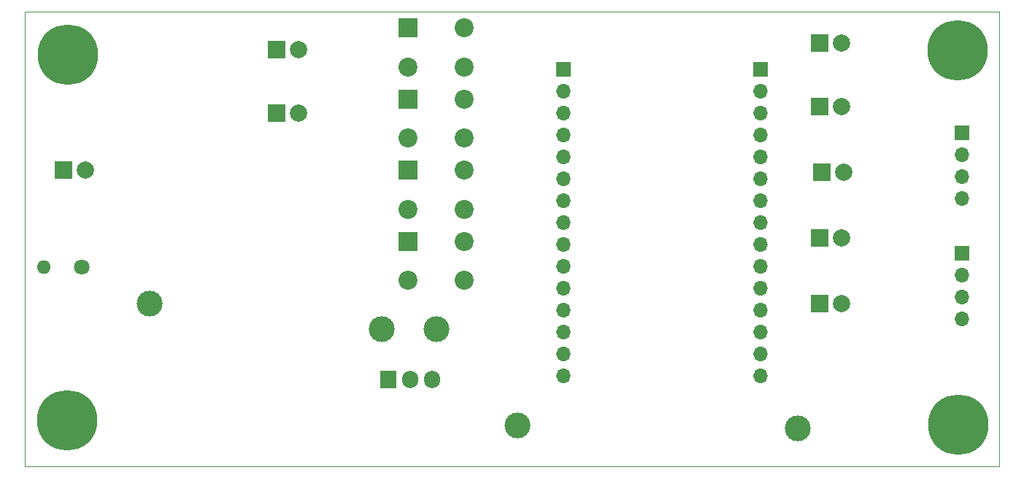
<source format=gbr>
%TF.GenerationSoftware,KiCad,Pcbnew,7.0.5*%
%TF.CreationDate,2024-07-10T14:16:31-04:00*%
%TF.ProjectId,homeWork2,686f6d65-576f-4726-9b32-2e6b69636164,V2*%
%TF.SameCoordinates,Original*%
%TF.FileFunction,Soldermask,Bot*%
%TF.FilePolarity,Negative*%
%FSLAX46Y46*%
G04 Gerber Fmt 4.6, Leading zero omitted, Abs format (unit mm)*
G04 Created by KiCad (PCBNEW 7.0.5) date 2024-07-10 14:16:31*
%MOMM*%
%LPD*%
G01*
G04 APERTURE LIST*
%ADD10R,2.000000X2.000000*%
%ADD11C,2.000000*%
%ADD12R,2.200000X2.200000*%
%ADD13C,2.200000*%
%ADD14C,0.800000*%
%ADD15C,7.000000*%
%ADD16R,1.700000X1.700000*%
%ADD17O,1.700000X1.700000*%
%ADD18C,3.000000*%
%ADD19O,1.600000X1.600000*%
%ADD20C,1.800000*%
%ADD21R,1.905000X2.000000*%
%ADD22O,1.905000X2.000000*%
%TA.AperFunction,Profile*%
%ADD23C,0.100000*%
%TD*%
G04 APERTURE END LIST*
D10*
%TO.C,D6-lostSock1*%
X142240000Y-53594000D03*
D11*
X144780000Y-53594000D03*
%TD*%
D12*
%TO.C,S2-RepeatCalculation1*%
X94452900Y-60128600D03*
D13*
X100952900Y-60128600D03*
X94452900Y-64628600D03*
X100952900Y-64628600D03*
%TD*%
D14*
%TO.C,H1*%
X52375000Y-55000000D03*
X53143845Y-53143845D03*
X53143845Y-56856155D03*
X55000000Y-52375000D03*
D15*
X55000000Y-55000000D03*
D14*
X55000000Y-57625000D03*
X56856155Y-53143845D03*
X56856155Y-56856155D03*
X57625000Y-55000000D03*
%TD*%
D16*
%TO.C,J2*%
X112522000Y-56642000D03*
D17*
X112522000Y-59182000D03*
X112522000Y-61722000D03*
X112522000Y-64262000D03*
X112522000Y-66802000D03*
X112522000Y-69342000D03*
X112522000Y-71882000D03*
X112522000Y-74422000D03*
X112522000Y-76962000D03*
X112522000Y-79502000D03*
X112522000Y-82042000D03*
X112522000Y-84582000D03*
X112522000Y-87122000D03*
X112522000Y-89662000D03*
X112522000Y-92202000D03*
%TD*%
D16*
%TO.C,J5_DFPLAYER1*%
X158750000Y-77978000D03*
D17*
X158750000Y-80518000D03*
X158750000Y-83058000D03*
X158750000Y-85598000D03*
%TD*%
D18*
%TO.C,TP5*%
X139700000Y-98298000D03*
%TD*%
%TO.C,TP2*%
X91398750Y-86792750D03*
%TD*%
D14*
%TO.C,H2*%
X52317155Y-97360155D03*
X53086000Y-95504000D03*
X53086000Y-99216310D03*
X54942155Y-94735155D03*
D15*
X54942155Y-97360155D03*
D14*
X54942155Y-99985155D03*
X56798310Y-95504000D03*
X56798310Y-99216310D03*
X57567155Y-97360155D03*
%TD*%
D10*
%TO.C,D1*%
X54506500Y-68326000D03*
D11*
X57046500Y-68326000D03*
%TD*%
D14*
%TO.C,H4*%
X155695155Y-97868155D03*
X156464000Y-96012000D03*
X156464000Y-99724310D03*
X158320155Y-95243155D03*
D15*
X158320155Y-97868155D03*
D14*
X158320155Y-100493155D03*
X160176310Y-96012000D03*
X160176310Y-99724310D03*
X160945155Y-97868155D03*
%TD*%
D10*
%TO.C,D3-babyCrying1*%
X142240000Y-76200000D03*
D11*
X144780000Y-76200000D03*
%TD*%
D12*
%TO.C,S1-morseCodeDanger1*%
X94452900Y-51878600D03*
D13*
X100952900Y-51878600D03*
X94452900Y-56378600D03*
X100952900Y-56378600D03*
%TD*%
D18*
%TO.C,TP4*%
X107188000Y-97958000D03*
%TD*%
D10*
%TO.C,D5-coldFood1*%
X142240000Y-83820000D03*
D11*
X144780000Y-83820000D03*
%TD*%
D18*
%TO.C,TP3*%
X97748750Y-86792750D03*
%TD*%
D10*
%TO.C,D9-MUTE1*%
X79223500Y-61722000D03*
D11*
X81763500Y-61722000D03*
%TD*%
D12*
%TO.C,S3-muteFiveMin1*%
X94452900Y-68378600D03*
D13*
X100952900Y-68378600D03*
X94452900Y-72878600D03*
X100952900Y-72878600D03*
%TD*%
D10*
%TO.C,D4-ONOFF1*%
X79248000Y-54356000D03*
D11*
X81788000Y-54356000D03*
%TD*%
D16*
%TO.C,J4_LCD1*%
X158750000Y-64008000D03*
D17*
X158750000Y-66548000D03*
X158750000Y-69088000D03*
X158750000Y-71628000D03*
%TD*%
D19*
%TO.C,J1*%
X52200000Y-79636000D03*
D20*
X56600000Y-79636000D03*
%TD*%
D10*
%TO.C,D7-SheildFailure1*%
X142240000Y-60960000D03*
D11*
X144780000Y-60960000D03*
%TD*%
D21*
%TO.C,U1*%
X92184750Y-92687750D03*
D22*
X94724750Y-92687750D03*
X97264750Y-92687750D03*
%TD*%
D12*
%TO.C,S4-SendEmergMessage1*%
X94452900Y-76628600D03*
D13*
X100952900Y-76628600D03*
X94452900Y-81128600D03*
X100952900Y-81128600D03*
%TD*%
D16*
%TO.C,J3*%
X135382000Y-56642000D03*
D17*
X135382000Y-59182000D03*
X135382000Y-61722000D03*
X135382000Y-64262000D03*
X135382000Y-66802000D03*
X135382000Y-69342000D03*
X135382000Y-71882000D03*
X135382000Y-74422000D03*
X135382000Y-76962000D03*
X135382000Y-79502000D03*
X135382000Y-82042000D03*
X135382000Y-84582000D03*
X135382000Y-87122000D03*
X135382000Y-89662000D03*
X135382000Y-92202000D03*
%TD*%
D10*
%TO.C,D8-highBP1*%
X142478000Y-68580000D03*
D11*
X145018000Y-68580000D03*
%TD*%
D18*
%TO.C,TP1*%
X64516000Y-83820000D03*
%TD*%
D14*
%TO.C,H3*%
X155538845Y-54434155D03*
X156307690Y-52578000D03*
X156307690Y-56290310D03*
X158163845Y-51809155D03*
D15*
X158163845Y-54434155D03*
D14*
X158163845Y-57059155D03*
X160020000Y-52578000D03*
X160020000Y-56290310D03*
X160788845Y-54434155D03*
%TD*%
D23*
X50000000Y-50000000D02*
X163062000Y-50000000D01*
X163062000Y-102706000D01*
X50000000Y-102706000D01*
X50000000Y-50000000D01*
M02*

</source>
